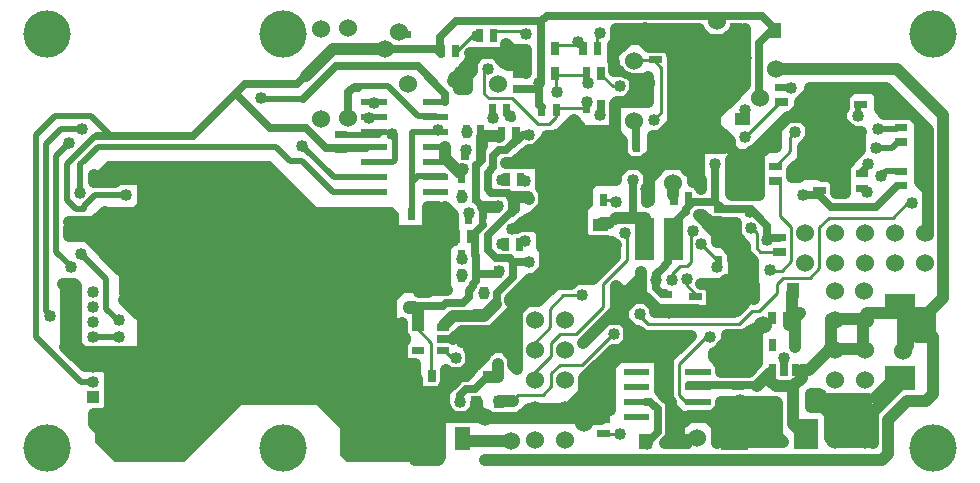
<source format=gbr>
G04 start of page 2 for group 0 idx 0
G04 Title: stribog.main_board.bis, solder *
G04 Creator: pcb 20070208 *
G04 CreationDate: Sun Apr  6 09:45:44 2008 UTC *
G04 For: dti *
G04 Format: Gerber/RS-274X *
G04 PCB-Dimensions: 314961 157480 *
G04 PCB-Coordinate-Origin: lower left *
%MOIN*%
%FSLAX24Y24*%
%LNBACK*%
%ADD11C,0.0200*%
%ADD12C,0.0400*%
%ADD13C,0.0100*%
%ADD14C,0.0250*%
%ADD15C,0.0479*%
%ADD16C,0.0098*%
%ADD17C,0.0250*%
%ADD18C,0.0600*%
%ADD19R,0.0400X0.0400*%
%ADD20C,0.1575*%
%ADD21R,0.0240X0.0240*%
%ADD22R,0.0200X0.0200*%
%ADD23R,0.0512X0.0512*%
%ADD24R,0.0879X0.0879*%
%ADD25R,0.0800X0.0800*%
%ADD26R,0.0640X0.0640*%
%ADD27R,0.0340X0.0340*%
%ADD28C,0.0380*%
%ADD29C,0.0207*%
%ADD30C,0.1260*%
%ADD31C,0.0350*%
%ADD32C,0.0350*%
G54D11*G36*
X2559Y9881D02*Y10118D01*
X2992Y10551D01*
X3904D01*
Y9803D01*
X2637D01*
X2559Y9881D01*
G37*
G36*
X3260Y518D02*X2598Y1181D01*
Y1968D01*
X3070Y2441D01*
Y3307D01*
X3260Y3497D01*
Y2951D01*
X3236Y2916D01*
X3206Y2853D01*
X3188Y2786D01*
X3182Y2716D01*
X3188Y2647D01*
X3206Y2579D01*
X3236Y2516D01*
X3260Y2481D01*
Y518D01*
G37*
G36*
X3582Y511D02*X3267D01*
X3260Y518D01*
Y2481D01*
X3267Y2472D01*
X3339Y2543D01*
X3322Y2566D01*
X3300Y2613D01*
X3287Y2664D01*
X3282Y2716D01*
X3287Y2768D01*
X3300Y2819D01*
X3322Y2866D01*
X3339Y2889D01*
X3267Y2961D01*
X3260Y2951D01*
Y3497D01*
X3582Y3818D01*
Y3116D01*
X3513Y3110D01*
X3445Y3092D01*
X3382Y3062D01*
X3338Y3031D01*
X3409Y2960D01*
X3432Y2976D01*
X3480Y2998D01*
X3530Y3011D01*
X3582Y3016D01*
Y2416D01*
X3530Y2421D01*
X3480Y2434D01*
X3432Y2456D01*
X3409Y2472D01*
X3338Y2401D01*
X3382Y2370D01*
X3445Y2340D01*
X3513Y2322D01*
X3582Y2316D01*
Y511D01*
G37*
G36*
X3904D02*X3582D01*
Y2316D01*
X3652Y2322D01*
X3719Y2340D01*
X3782Y2370D01*
X3827Y2401D01*
X3755Y2472D01*
X3732Y2456D01*
X3685Y2434D01*
X3634Y2421D01*
X3582Y2416D01*
Y3016D01*
X3634Y3011D01*
X3685Y2998D01*
X3732Y2976D01*
X3755Y2960D01*
X3827Y3031D01*
X3782Y3062D01*
X3719Y3092D01*
X3652Y3110D01*
X3582Y3116D01*
Y3818D01*
X3904Y4140D01*
Y2951D01*
X3897Y2961D01*
X3826Y2889D01*
X3842Y2866D01*
X3864Y2819D01*
X3878Y2768D01*
X3882Y2716D01*
X3878Y2664D01*
X3864Y2613D01*
X3842Y2566D01*
X3826Y2543D01*
X3897Y2472D01*
X3904Y2481D01*
Y511D01*
G37*
G36*
Y5583D02*X3385Y6102D01*
Y7415D01*
X3407Y7461D01*
X3425Y7528D01*
X3431Y7598D01*
X3425Y7667D01*
X3407Y7735D01*
X3385Y7781D01*
Y8897D01*
X3904D01*
Y5583D01*
G37*
G36*
Y10551D02*X8464D01*
X10000Y9015D01*
X12519D01*
X12716Y8818D01*
Y8267D01*
X13267Y7716D01*
Y7307D01*
X12991Y7306D01*
X12966Y7299D01*
X12942Y7288D01*
X12921Y7273D01*
X12902Y7255D01*
X12887Y7233D01*
X12876Y7210D01*
X12870Y7184D01*
X12867Y7158D01*
X12870Y6732D01*
X12876Y6707D01*
X12887Y6683D01*
X12902Y6662D01*
X12921Y6643D01*
X12942Y6628D01*
X12966Y6617D01*
X12991Y6611D01*
X13017Y6608D01*
X13267Y6609D01*
Y6141D01*
X12874D01*
X12637Y5905D01*
Y3937D01*
X13110Y3464D01*
Y511D01*
X10984D01*
X10748Y748D01*
Y1653D01*
X10000Y2401D01*
X7440D01*
X5551Y511D01*
X3904D01*
Y2481D01*
X3929Y2516D01*
X3958Y2579D01*
X3976Y2647D01*
X3982Y2716D01*
X3976Y2786D01*
X3958Y2853D01*
X3929Y2916D01*
X3904Y2951D01*
Y4140D01*
X3976Y4212D01*
Y5511D01*
X3904Y5583D01*
Y8897D01*
X4133D01*
Y9803D01*
X3904D01*
Y10551D01*
G37*
G36*
X13267Y7716D02*X13818Y7165D01*
Y6141D01*
X13267D01*
Y6609D01*
X13543Y6611D01*
X13569Y6617D01*
X13592Y6628D01*
X13614Y6643D01*
X13632Y6662D01*
X13647Y6683D01*
X13658Y6707D01*
X13665Y6732D01*
X13667Y6758D01*
X13665Y7184D01*
X13658Y7210D01*
X13647Y7233D01*
X13632Y7255D01*
X13614Y7273D01*
X13592Y7288D01*
X13569Y7299D01*
X13543Y7306D01*
X13517Y7308D01*
X13267Y7307D01*
Y7716D01*
G37*
G54D12*X24842Y10866D02*X25000Y11023D01*
X25275D02*Y11614D01*
Y11614D02*X24409Y10748D01*
X25000Y11023D02*X25275D01*
Y11614D02*X25669Y12007D01*
X27007D01*
X26732Y11811D02*X26692Y11771D01*
X26456Y11732D02*X26220Y11968D01*
X26181Y11023D02*X26496Y11338D01*
Y11338D01*
X26102Y12322D02*X25787Y12007D01*
Y12007D01*
X26220Y12244D02*X26259Y12283D01*
X26732D01*
X26692Y12322D01*
X27244Y12992D02*X28110D01*
X27283Y12677D02*X27559D01*
Y12322D01*
X27440Y12204D01*
X27834Y12992D02*X27519Y12677D01*
Y12677D01*
X28937D02*X28937D01*
X27559Y12992D02*X28543D01*
X28740Y12795D01*
Y12283D01*
X28937Y12992D02*X27834D01*
X26822Y10043D02*X27007Y10228D01*
X26692Y11771D02*Y10275D01*
X26181Y10118D02*X26811D01*
X26692Y10275D02*X26614Y10354D01*
X26338D01*
X26456Y10472D01*
G54D13*X26063Y10000D02*X25984D01*
G54D12*X26063D02*X26181Y10118D01*
X26063Y10000D02*X25826D01*
X25826D02*Y10236D01*
X25826D02*X26181Y10590D01*
Y11023D01*
X26822Y10043D02*X26825Y10039D01*
X27086D01*
X26456Y10472D02*Y11732D01*
X27007Y10228D02*Y12755D01*
X27244Y12992D01*
X27283D02*X26417D01*
Y12834D01*
X26102Y12519D01*
Y12322D01*
X26692D02*Y12677D01*
X26574Y12559D01*
X26456D01*
X28937Y12677D02*Y12283D01*
X30354Y11574D02*X30039Y11889D01*
X28740Y12283D02*X28897Y12126D01*
X29803D01*
X30078Y11850D02*X28937Y12992D01*
X29370Y12244D02*X28937Y12677D01*
X27283Y9488D02*Y12677D01*
X27440Y12204D02*Y9488D01*
Y11968D02*Y11889D01*
X27598Y10393D02*X27755Y10551D01*
X28070Y10905D02*X27677Y10511D01*
X27755Y10551D02*Y11614D01*
X27874Y11496D01*
X28110D01*
X28070Y11456D01*
Y10905D01*
X27440Y11889D02*X27755Y11574D01*
X30078Y9842D02*X30354Y9566D01*
Y8070D01*
X27086Y10039D02*X27283Y9842D01*
Y9488D01*
X27598D01*
Y10393D01*
X30354Y9448D02*Y11574D01*
X30078Y11850D02*Y10118D01*
Y10196D02*Y9842D01*
G54D11*X23858Y12677D02*X24252Y13070D01*
Y13228D01*
G54D12*Y13070D02*Y14960D01*
X24251Y13070D02*X24252D01*
X24223Y13257D02*X24173Y13307D01*
Y14921D01*
X22165Y14015D02*X22401Y13779D01*
X23622Y13818D02*X22362D01*
X21850Y14133D02*X23543D01*
X23385Y14330D02*X21771D01*
X23946Y14931D02*X23897Y14882D01*
X23582Y14566D02*X23937Y14921D01*
X23031Y14566D02*X23582D01*
X23543Y14528D02*Y14133D01*
X23897Y14882D02*Y13779D01*
X22716Y14881D02*X23031Y14566D01*
X23700Y13818D02*Y14015D01*
X22716Y14960D02*Y14881D01*
X22696Y12814D02*X23070Y13188D01*
X22322Y13503D02*X23582D01*
X23189Y13149D02*X22322D01*
X22637Y12814D02*X22696D01*
X23228Y13188D02*X23189Y13149D01*
X23503Y12559D02*Y13031D01*
X23346Y12401D02*X23503Y12559D01*
X23346Y13149D02*Y12401D01*
X23149Y13228D02*X23425D01*
X23031Y13110D02*X23149Y13228D01*
X23425D02*X23346Y13149D01*
X23661Y12480D02*X24251Y13070D01*
X23937Y12755D02*Y13503D01*
X23858Y12677D02*X23700Y12834D01*
Y13779D01*
X23937Y12755D02*X23267Y12086D01*
X23543Y10984D02*X22913D01*
X23543Y11220D02*Y10984D01*
X23307Y11614D02*X23622Y11299D01*
X23503Y11456D02*X23740Y11220D01*
Y10984D01*
X23976Y10748D02*X24370D01*
X24488Y10866D01*
X24842D01*
X23779Y10590D02*X24055D01*
X24409Y10748D02*X24409D01*
X22047Y11456D02*X23149D01*
X22795Y11496D02*X22716Y11417D01*
X22795Y11220D02*X23543D01*
X22519Y11181D02*X22126D01*
X22067Y10944D02*X22086D01*
X22126Y11181D02*Y11338D01*
X22244Y11023D02*X22047D01*
X22283Y10984D02*X22244Y11023D01*
X22519Y9842D02*Y11181D01*
X22283Y10275D02*Y10984D01*
X22362Y10196D02*X22283Y10275D01*
X22047Y10433D02*X21535D01*
X21063Y10157D02*Y9212D01*
X21319Y10310D02*X21275Y10354D01*
X21792Y10669D02*X22067Y10944D01*
X21792Y10451D02*Y10669D01*
X21811Y10433D02*X21792Y10451D01*
X22047Y11023D02*Y10433D01*
X21811Y10748D02*X21889Y10826D01*
X24055Y9527D02*X24094Y9566D01*
X24724Y10669D02*Y9409D01*
X24055Y10590D02*Y9527D01*
X24094Y9566D02*X24409D01*
Y10551D01*
X24724Y9409D02*X23818D01*
X22795Y9921D02*Y9606D01*
X23818Y9409D02*X23779Y9448D01*
Y10590D01*
X22086Y11771D02*X22559D01*
X21141Y10039D02*X21535Y10433D01*
X21732Y10866D02*X21417Y10551D01*
X21181Y11102D02*Y10826D01*
X21275Y10354D02*X20866D01*
X21417Y11338D02*X21181Y11102D01*
Y10826D02*X20866Y10511D01*
X20866Y10354D02*X21063Y10157D01*
X21181Y11377D02*Y11023D01*
X20157Y10748D02*X20433Y10472D01*
X20157Y11220D02*Y10748D01*
X21023Y10433D02*X20275D01*
X21732Y11141D02*X21023Y10433D01*
X20275D02*X19881Y10039D01*
X20748Y14645D02*X21041Y14351D01*
X19960Y14881D02*Y14960D01*
X20275Y14527D02*X19881Y14133D01*
X19960Y14921D02*Y14566D01*
X20000Y14606D01*
X21653Y14645D02*X22755D01*
X19960Y14960D02*X22716D01*
X21377Y14921D02*X19960D01*
X20000Y14606D02*X21181D01*
X21338Y14527D02*X21456Y14645D01*
X21889Y14370D02*X21871Y14351D01*
X21063D01*
X21377Y14566D02*Y14921D01*
X21338Y14527D02*X21377Y14566D01*
G54D14*X20866Y15000D02*X20905Y15039D01*
G54D12*X21811Y11496D02*X22086Y11771D01*
X21850Y11811D02*X21417Y11377D01*
G54D13*X22047Y11496D02*X22086D01*
G54D12*X21574D02*X21456Y11377D01*
X22086Y11259D02*X21496D01*
X22165Y11338D02*X22086Y11259D01*
X22716Y11574D02*Y12874D01*
X22637Y11574D02*Y12814D01*
X22519Y11456D02*X22637Y11574D01*
X23031Y11456D02*Y13110D01*
X23267Y11574D02*Y12086D01*
X22165Y11771D02*Y14015D01*
X22401Y13779D02*Y11968D01*
X21850Y14055D02*Y11811D01*
X21338Y14527D02*X21456D01*
X21041Y14351D02*X21417D01*
X21456Y14527D02*X21850Y14133D01*
X21811Y14094D02*X21850Y14055D01*
X21456Y11377D02*X21181D01*
X19881Y11496D02*X20157Y11220D01*
X19881Y13543D02*X20039D01*
G54D14*X20271Y13425D02*X19942Y13622D01*
X19960Y13639D01*
Y13779D01*
X19881Y13858D01*
G54D12*X19921Y11653D02*Y12440D01*
X20000Y12519D01*
X21023D02*Y13346D01*
X20944Y13267D01*
X20551D01*
X20590Y13228D01*
G54D14*X20472Y13307D02*Y13346D01*
G54D12*X20000Y12519D02*X20669D01*
Y13188D01*
Y12598D02*X20748Y12519D01*
X21023D01*
X20590Y12834D02*X20314Y12559D01*
X20590Y13228D02*Y12834D01*
G54D14*X20472Y13346D02*X20271Y13425D01*
G54D12*X2559Y8267D02*X2362Y8070D01*
X4015Y8503D02*X1732D01*
X2441Y7992D02*X2637Y8188D01*
X2677D01*
X2716Y8149D01*
X2756Y8346D02*X2716Y8385D01*
X2559Y8503D02*X2913Y8858D01*
Y8858D01*
X2323Y8031D02*X1732D01*
X3543Y7283D02*X3819Y7559D01*
X3779Y7716D02*X4094D01*
X3267Y7558D02*Y7519D01*
X3543Y7559D02*X3425Y7440D01*
X3149Y7913D02*X2874Y8188D01*
X2519Y8307D02*X3267Y7558D01*
Y7519D02*X3543Y7795D01*
X3819Y7559D02*X4252D01*
X4291Y7204D02*X4370Y7126D01*
X4133Y7283D02*X3897D01*
X3858Y7244D01*
X3425Y6929D02*X2323Y8031D01*
X4173Y7913D02*X3149D01*
X4370Y7992D02*X4252Y8110D01*
X4370Y9960D02*Y7992D01*
X2874Y8188D02*X4055D01*
X2913Y8858D02*X2952Y8818D01*
X3937D01*
X4055Y8464D02*X4015Y8503D01*
X4055Y8188D02*Y8464D01*
X4252Y9724D02*X4173D01*
X4252Y8110D02*Y9724D01*
X3385Y9960D02*X4370D01*
X4173Y9724D02*Y7913D01*
X3937Y8818D02*X4330Y9212D01*
X3267Y9842D02*X3385Y9960D01*
X2559Y9842D02*X3267D01*
X2559Y10078D02*Y9842D01*
X2362Y8070D02*X1968D01*
X1929Y8031D01*
X1732Y8503D02*X2559D01*
X1732Y8307D02*X2519D01*
X1732Y8031D02*Y8307D01*
X3346Y2637D02*Y4015D01*
X3070Y2401D02*Y3543D01*
X3189Y3858D02*X3110D01*
X3346Y4015D02*X3189Y3858D01*
X3622Y4173D02*Y2637D01*
X4015Y5433D02*X3543Y5905D01*
X4021Y2954D02*X3543Y2401D01*
X3189Y4173D02*X4330D01*
X2244Y3700D02*X1601Y4343D01*
X1535Y6456D02*X1614Y6377D01*
Y4330D01*
X1968Y6377D02*X1889Y6456D01*
X1535D01*
X1968Y4409D02*Y6377D01*
X2913Y3700D02*X2244D01*
X3070Y3543D02*X2913Y3700D01*
X2952Y4173D02*X2244D01*
X2952Y4094D02*Y4173D01*
X2322Y4055D02*X2913D01*
X2952Y4094D01*
X1968Y4409D02*X2322Y4055D01*
X2244Y4173D02*X3622D01*
X4533Y2994D02*X4094Y2755D01*
X4176Y2875D02*X4215Y2914D01*
X3267Y2480D02*X4533Y2718D01*
X3110Y1811D02*X3385D01*
X2637Y1968D02*X4370D01*
Y2165D01*
X4330Y2125D01*
X2559D01*
X2834D01*
X2756Y1574D02*X2559Y1771D01*
Y2047D01*
X2637Y1968D01*
X3622Y2637D02*X3346D01*
X3543Y2401D02*X3070D01*
X3228Y2519D02*X3267Y2480D01*
X2913Y2125D02*X3307Y2519D01*
X19862Y11425D02*Y10692D01*
X22717Y11457D02*Y9724D01*
X23740Y10984D02*X23976Y10748D01*
X21889Y10826D02*Y11063D01*
X19960Y9921D02*Y10039D01*
X19842Y10196D02*Y10275D01*
X19822Y11539D02*X19818Y11535D01*
X20866Y10511D02*X19763D01*
X18818Y8976D02*X18976Y9133D01*
Y9685D01*
X18858Y8976D02*X18818Y9015D01*
Y9488D01*
X18858Y9881D02*X19094Y10118D01*
X18976Y9685D02*X19212Y9921D01*
X19960D01*
X19409Y10196D02*X19842D01*
Y10275D02*X19606Y10511D01*
X19818Y11535D02*X18858D01*
X19094Y11496D02*X19409Y11181D01*
X19881Y11692D02*Y11496D01*
X18858Y11338D02*Y9881D01*
X19094Y10118D02*Y11496D01*
X19409Y11181D02*Y10196D01*
X19645Y10866D02*Y11377D01*
X19921Y11653D01*
X22795Y6456D02*X22992D01*
X22508Y5547D02*X22504Y5551D01*
X22645Y5590D02*X21456D01*
G54D14*X24055Y2401D02*Y2519D01*
G54D12*X22355Y2007D02*X23897D01*
X24055Y2165D01*
Y2559D01*
X22355Y2007D02*X22283Y1935D01*
X22353Y2005D02*X22127D01*
X21771Y2362D01*
X22047Y2047D02*X21771Y2322D01*
Y2519D02*X21535Y2755D01*
X21771Y1330D02*X21583Y1141D01*
X21771Y2362D02*Y1330D01*
X22047Y1141D02*Y2047D01*
X21583Y1141D02*X22322D01*
X22223D02*X22047D01*
X22234Y1131D02*X22223Y1141D01*
X24878Y5129D02*X24330Y4818D01*
X24173Y6496D02*X24566Y6102D01*
Y5944D01*
X21259Y5511D02*X23897D01*
X23661Y4748D02*X24523D01*
X23149Y6141D02*Y5629D01*
X24330Y4818D02*Y3976D01*
X24291D02*X24055Y3740D01*
Y3622D01*
X24291Y3976D02*X24141Y3826D01*
X23614D01*
X23417Y4059D02*X23433Y4074D01*
X24189D01*
X23602Y4307D02*X24189D01*
X23649Y4553D02*X23651Y4555D01*
X24220D01*
X21535Y2755D02*Y3779D01*
X21299Y4015D01*
X20078D01*
X21299D02*X21574Y4291D01*
X19763Y3700D02*Y2244D01*
X19645Y2992D02*X18937Y2283D01*
X18307Y2244D02*X20629Y4566D01*
X18897Y2834D02*Y3307D01*
X19842Y4251D01*
X20118D01*
G54D13*X20669Y4881D02*Y4803D01*
G54D12*Y4881D02*Y4055D01*
G54D13*X21732Y5511D02*Y5590D01*
G54D12*X21574Y4291D02*Y4685D01*
G54D13*Y4724D01*
G54D12*X20157Y5275D02*X19645D01*
X19960Y5590D02*X18858Y4488D01*
X19960Y6377D02*X20275Y6062D01*
Y5905D01*
X20157Y5590D02*X19960D01*
Y6377D01*
X19881Y5511D02*X19960Y5590D01*
X20118Y6259D02*Y5984D01*
X18464Y6456D02*X18622Y6614D01*
X19173D01*
G54D15*X19212Y6850D02*X18582D01*
G54D12*X18346Y6614D01*
X18307D01*
X19173D02*X19488Y6929D01*
Y7126D01*
X19212Y6850D01*
X19448Y6889D02*Y6889D01*
G54D14*X18858Y1811D02*X18897Y1850D01*
X18937D01*
G54D12*X19437Y1933D02*X19059D01*
X18897Y1771D01*
X18897Y1811D02*X18582Y2126D01*
Y2204D01*
X18622Y2244D01*
X19763D01*
X19488Y2401D02*Y1968D01*
X19015D01*
X18330Y2322D02*X19685D01*
X18700Y2401D02*X18818D01*
X18267Y2259D02*X18244Y2283D01*
X17047D02*X18385D01*
X18252Y2244D02*X17283D01*
X16968Y1968D02*X18779D01*
X18267Y2259D02*X18252Y2244D01*
X15629Y1968D02*X17047D01*
X17267Y2220D02*X17251Y2244D01*
X17086Y2047D02*X17244Y2244D01*
X16732Y1968D02*X17047Y2283D01*
X18267Y2259D02*X18330Y2322D01*
X17165Y5984D02*X16535D01*
X16653Y5551D02*X17007Y5905D01*
X16653Y5000D02*Y5551D01*
X16535Y5905D02*Y5590D01*
X17362Y5866D02*X17047D01*
X16653Y3622D02*X16535Y3740D01*
Y4527D01*
X16653Y4881D02*Y3622D01*
X15826Y4330D02*X16220D01*
X15708Y4527D02*Y4212D01*
X15826Y4330D01*
X16535Y4527D02*X15708D01*
X15944Y5000D02*X16653D01*
X15826Y4881D02*X15944Y5000D01*
X16417Y4803D02*Y5314D01*
X16535Y5590D02*X15826Y4881D01*
X16220Y4330D02*X16456Y4094D01*
X16653Y4291D02*Y5354D01*
X14803Y4881D02*X16653D01*
X15227Y3702D02*X15314Y3790D01*
Y4291D01*
X15039D02*X15118Y4212D01*
X18818Y2401D02*X19763Y3346D01*
Y2677D02*X19488Y2401D01*
X19921Y7716D02*Y7362D01*
G54D13*X20948Y9673D02*X20984Y9638D01*
Y9606D01*
G54D12*Y9173D01*
X20787Y6653D02*Y6063D01*
X20118Y5984D02*X20787Y6653D01*
Y6850D02*Y6496D01*
X19398Y7096D02*X19388Y7086D01*
X19055D02*X19291Y7322D01*
X19645D01*
Y7874D01*
X19388Y7086D02*X18385D01*
X18740Y7677D02*X18779Y7637D01*
X19370D01*
X19094Y7362D01*
X18897D01*
X19921D02*X19448Y6889D01*
X23307Y7834D02*X23504D01*
X23858Y7480D01*
X23425Y8494D02*Y8110D01*
X22716Y8740D02*X22952Y8503D01*
X23858Y7480D02*Y7244D01*
X24173Y6929D01*
Y6496D01*
X23897Y6063D02*Y7637D01*
X23307Y6141D02*X23149D01*
X22992Y6456D02*X23346Y6102D01*
X16456Y5984D02*X17086Y6614D01*
X17244D01*
X14330Y6259D02*X14252Y6338D01*
Y7677D02*Y6338D01*
X17834Y6732D02*X17165Y6063D01*
X18307Y7086D02*X18582Y7362D01*
X18070Y6574D02*X17362Y5866D01*
X17992Y6456D02*X18464D01*
X17244Y6614D02*X17519Y6889D01*
X17602Y6854D02*X16811Y6062D01*
X17716Y9370D02*Y8897D01*
X17322Y8503D02*X16968D01*
X16850D02*X16653Y8307D01*
X17244Y8464D02*X17165D01*
X17480Y7677D02*Y8149D01*
X17244Y8464D01*
X17602Y7555D02*X17480Y7677D01*
X17602Y7555D02*Y6893D01*
X17795Y8700D02*X17754Y8741D01*
X19881Y13858D02*X19863Y13876D01*
X19881Y13858D02*Y13543D01*
X19842Y13897D02*X19881Y13858D01*
X19863Y13876D02*Y14409D01*
X15118Y13818D02*X15433Y14133D01*
X15118Y13503D02*Y13818D01*
X14881Y13661D02*X15157Y13937D01*
Y14133D01*
Y13543D01*
X15000Y13307D02*Y12952D01*
X14724D01*
X15157Y13543D02*X15000Y13385D01*
X14803Y13464D02*X14763Y13503D01*
X14527Y13228D02*X14566Y13188D01*
X16496Y14251D02*X16968D01*
X16259Y13976D02*X16771D01*
X16811Y13740D02*X16338D01*
X16811Y13936D02*Y13740D01*
X16968Y14251D02*Y13464D01*
X16771Y13976D02*X16811Y13936D01*
X16141Y14133D02*X15078D01*
X15905D02*X15905D01*
X16220Y13818D02*X15905Y14133D01*
X16299Y14291D02*X16141Y14133D01*
X16299Y14448D02*Y14291D01*
Y14448D02*X16496Y14251D01*
X14803Y4881D02*X14527Y4606D01*
X14803Y4881D02*Y4527D01*
X15590Y4055D02*X14999Y3464D01*
X15118Y4212D02*Y3740D01*
X15314Y4291D02*X15039D01*
X14803Y4527D02*X15590D01*
Y4055D01*
X15590Y2007D02*X14133D01*
X15283Y2489D02*Y2290D01*
X15039Y2047D01*
X15314Y2283D02*Y2519D01*
X14291Y2322D02*Y2244D01*
X15629Y1968D02*X15314Y2283D01*
X12755Y3267D02*Y826D01*
X13031D01*
Y3267D01*
X13307D02*Y1574D01*
Y1181D02*Y590D01*
X13622Y1338D02*Y787D01*
X13740Y1653D02*X13307Y1220D01*
Y1574D02*X13582Y1850D01*
X13897Y1063D02*Y1377D01*
X14094Y1811D02*X13622Y1338D01*
X13267Y590D02*X14015D01*
X13622Y787D02*X13897Y1063D01*
X14094Y669D02*Y1811D01*
X14015Y590D02*X14094Y669D01*
X13385Y2283D02*Y2598D01*
X14094Y2834D02*X13503D01*
X14094Y2598D02*Y2834D01*
X13385Y2598D02*X14094D01*
X14212Y3031D02*Y2322D01*
X13425Y1968D02*X14173D01*
Y2244D01*
X14133Y2283D02*X13385D01*
X14291Y2244D02*X14527Y2007D01*
X14173Y2244D02*X14133Y2283D01*
X14291Y2067D02*Y2283D01*
X14252Y2834D02*Y2874D01*
G54D14*X15226Y3564D02*X14969Y3307D01*
G54D12*X14999Y3464D02*X14409D01*
G54D14*X14969Y3307D02*X14370D01*
G54D12*X15118Y3740D02*X14881Y3503D01*
X14212Y2952D02*X14291Y3031D01*
G54D14*X14330Y3228D02*X14409Y3307D01*
G54D12*X14291Y3031D02*Y3582D01*
G54D14*X14370Y3267D02*Y3228D01*
G54D12*X14252Y2874D02*X14606Y3228D01*
X18757Y11692D02*X18543Y11907D01*
X18053Y11417D01*
X17952D01*
X18110Y11456D02*X18031Y11377D01*
X18267D02*X18307D01*
X16292Y10472D02*X17755D01*
X17236Y10905D02*X17050D01*
X16929Y10826D02*X16567Y10472D01*
X17523Y10826D02*X16925D01*
X17952Y11417D02*X17795Y11259D01*
Y10393D02*X17637Y10551D01*
X17637Y11302D02*X17240Y10905D01*
X18031Y11377D02*X17637D01*
Y11302D01*
X17913Y11220D02*X17523Y10826D01*
X16567Y10472D02*X16289D01*
X18031Y11141D02*X18267Y11377D01*
X19645Y7874D02*X18976D01*
X18818Y8031D01*
Y8976D01*
X19937Y7732D02*X19807Y7862D01*
X19413D01*
X14252Y9015D02*X14527Y8740D01*
X14015Y9015D02*X13700D01*
X13346Y6929D02*Y8228D01*
X13031D01*
Y6771D01*
X13870Y6717D02*X12848D01*
X14527Y7952D02*X14252Y7677D01*
X14803Y10275D02*X14763Y10196D01*
X14252Y11012D02*Y10629D01*
X14263Y11023D02*X14252Y11012D01*
Y10629D02*X14291D01*
X14763Y10157D01*
X14527Y8740D02*Y7952D01*
X14015Y6653D02*Y9015D01*
X13700D02*Y6889D01*
X14173Y7834D02*Y8740D01*
X13893Y6740D02*X13870Y6717D01*
X12755Y8188D02*X12795Y8228D01*
X13622D01*
X17834Y8425D02*X17007D01*
X17755Y8819D02*X17362Y8425D01*
X17795Y11259D02*X17834Y6732D01*
X18149Y6771D01*
X18464Y7086D01*
X18031Y6889D02*Y11141D01*
X17007Y8622D02*X16771Y8385D01*
X17362D01*
X17165Y8661D02*X17559Y9055D01*
X17086Y8661D02*X17165D01*
X18307Y11377D02*Y7086D01*
X18582Y7362D02*Y11614D01*
X18858Y11338D01*
X18779Y9488D02*Y9881D01*
X17559Y9055D02*Y9527D01*
X17519Y10275D02*X17440Y10196D01*
Y9645D01*
X17716Y9370D01*
X12834Y5142D02*Y3503D01*
X12677Y3740D02*Y4055D01*
X12637Y4173D02*X12677Y4212D01*
Y5118D01*
X13031Y3267D02*X13307Y3228D01*
X13267Y3307D02*X13070Y3503D01*
X13267Y3779D02*Y3307D01*
X12834Y3779D02*X13267D01*
X13700Y6181D02*X13385D01*
X13464Y6259D02*X14330D01*
G54D14*X14253Y4610D02*X14217Y4606D01*
G54D12*X13937Y6417D02*X13700Y6181D01*
Y6889D02*X13385D01*
X13346Y6929D01*
X13189Y6338D02*X13464D01*
X14055Y6456D02*X13937D01*
X14094Y6574D02*X14015Y6653D01*
X13700Y6496D02*X13976Y6771D01*
X14252Y6653D02*X14055Y6456D01*
X29055Y3110D02*X28582Y2637D01*
Y2244D02*X28504Y2126D01*
X29527Y3307D02*X29488Y3267D01*
X29330D01*
X29448Y3110D02*X29055D01*
X28622Y2283D02*X29448Y3110D01*
X28504Y2126D02*Y1141D01*
X28503Y1692D02*Y1968D01*
X28267Y1259D02*X28188Y1181D01*
X28149Y2401D02*Y1496D01*
X27834Y1614D02*X27637Y1810D01*
X28188Y1181D02*X27204D01*
X28149Y1496D02*X27401D01*
X27204Y1181D02*X27086Y1299D01*
Y2126D01*
X27401Y1496D02*Y2283D01*
X27637Y1810D02*Y2204D01*
X27401Y2283D02*X27795D01*
X27834Y2244D01*
Y1614D01*
X27086Y2126D02*X26850Y2362D01*
X26456D01*
Y2795D01*
X26732D01*
X26771Y2755D01*
Y2598D01*
X28346D01*
X28149Y2401D01*
X23434Y8503D02*X23425Y8494D01*
X22952Y8503D02*X23434D01*
X23307Y8228D02*X23228D01*
X23515Y8460D02*X23518Y8464D01*
X22716Y8740D02*X22834D01*
X23228Y8228D02*X22716Y8740D01*
X22834D02*X23070Y8503D01*
X23518Y8464D02*X23937D01*
X23779Y8307D01*
X23937Y8031D02*Y8464D01*
X23307Y7834D02*Y8228D01*
X23897Y7637D01*
X23779Y8307D02*Y8188D01*
X24173Y7795D01*
Y7244D01*
X24252Y7480D02*Y7716D01*
X23937Y8031D01*
X23503Y6456D02*X22795D01*
X23622Y6574D02*X23503Y6456D01*
X23346Y6102D02*X23307Y6141D01*
X22512Y5551D02*X23976D01*
X22688Y5547D02*X22645Y5590D01*
X24252Y6141D02*X23661Y5551D01*
X23976Y6889D02*Y5905D01*
X23740D02*X23897Y6063D01*
X23818Y6220D02*X23858Y6181D01*
Y6141D01*
X23661Y6220D02*Y6574D01*
X23858Y6141D02*X23307Y5590D01*
Y5551D01*
X23070Y5629D02*X23661Y6220D01*
X24173Y7244D02*X24488Y6929D01*
Y6496D01*
X24527Y6535D01*
Y7204D01*
X24252Y7480D01*
X20629Y5984D02*X20944D01*
X20984Y5944D02*X21338Y5590D01*
X21732D01*
X20511Y4921D02*X20196Y5236D01*
X20748Y4842D02*X20866Y4724D01*
X20196Y5236D02*Y5629D01*
X20551Y5984D01*
X20118Y4251D02*X20393Y4527D01*
Y5039D01*
X21259Y5551D02*Y5511D01*
X22508Y5547D02*X22512Y5551D01*
X20866Y4724D02*X22440D01*
X21850Y4370D02*X20787D01*
X22440Y4724D02*X21496Y3779D01*
X21456Y4015D02*X21889Y4448D01*
X21929D01*
X21850Y4370D01*
X21496Y3779D02*X21456Y3818D01*
Y4015D01*
X21338Y3937D02*X21417Y3858D01*
Y2874D01*
X21692Y2637D02*Y4015D01*
X21417Y2874D02*X21692D01*
X23976Y5551D02*X24527Y6102D01*
Y6102D01*
X24842Y5078D02*X24661Y4897D01*
Y3811D01*
X24374Y3523D01*
G54D14*X25551Y3976D02*Y3543D01*
G54D11*Y3976D02*X25523Y4004D01*
G54D12*X23468Y3736D02*X23204Y4000D01*
Y4161D01*
X23271D01*
X23563Y4452D01*
X24374Y3523D02*X23468D01*
Y3736D01*
X23649Y4553D02*X23657Y4560D01*
Y4751D01*
X23661Y4748D01*
X21771Y2519D02*Y2322D01*
X21692Y2874D02*Y2637D01*
X22401Y2047D02*X22204Y1850D01*
X22637Y1299D02*X22598Y1259D01*
X23464Y2519D02*Y2322D01*
X23188Y2047D01*
X22401D01*
X23003Y2005D02*X23307Y1702D01*
Y1141D01*
X23346Y1181D01*
X25511D01*
X25315Y1377D01*
X24724Y2519D02*X23464D01*
X25315Y2480D02*X25275Y2519D01*
X24488D01*
X23385Y2244D02*X25039D01*
X25315Y1377D02*Y2480D01*
X25039Y2244D02*Y1496D01*
X24330D01*
Y2007D01*
X24881D01*
Y1732D01*
X24606D01*
G54D11*X28031Y12425D02*Y12047D01*
G54D13*X24252Y11338D02*X25433Y12519D01*
X25748Y10866D02*X25236Y10354D01*
G54D14*X24763Y12598D02*X24763Y12598D01*
Y12618D01*
G54D12*X29330Y13622D02*X25275D01*
G54D14*X24763Y12637D02*X24724Y12677D01*
X28622Y9015D02*X29291Y9685D01*
G54D11*X28059Y10121D02*X28331Y10393D01*
X28936Y10196D02*X28779Y10039D01*
G54D13*X28331Y10393D02*X28346D01*
G54D11*X29358Y11177D02*X29165Y10984D01*
X28621D01*
X29358Y11657D02*X29315Y11614D01*
X28700D01*
X28020Y12437D02*X28031Y12425D01*
G54D12*X30866Y12086D02*X29330Y13622D01*
G54D13*X29538Y10200D02*X29534Y10196D01*
G54D11*X28936D01*
G54D13*X29803Y9212D02*Y9212D01*
G54D12*X30866Y8464D02*Y12086D01*
G54D13*X29763Y9173D02*X29803Y9212D01*
G54D12*X29527Y5275D02*X29685Y5118D01*
X30511Y4685D02*X30078D01*
X30000Y4960D02*Y4685D01*
G54D16*X29645Y9133D02*X29803D01*
X29173Y8661D02*X29645Y9133D01*
G54D13*X24370Y8858D02*Y8937D01*
X24488Y5551D02*X24724D01*
X25315Y6141D01*
Y6456D01*
X25511Y6653D01*
G54D12*X25837Y6170D02*X25826Y6159D01*
Y5236D01*
G54D14*X27126Y9015D02*X26732Y9409D01*
X27126Y9015D02*X28622D01*
X26732Y9409D02*X26181D01*
X25000Y7913D02*X25078Y7992D01*
X25393D01*
G54D13*X25433Y8700D02*Y9921D01*
X25787Y7204D02*X25472Y6889D01*
X25511Y6653D02*X26378D01*
G54D16*X26417D01*
X26732Y6968D01*
G54D13*X25787Y8346D02*X25433Y8700D01*
G54D16*X26732Y6968D02*Y8346D01*
X27047Y8661D01*
X29173D01*
G54D13*X18070Y3740D02*X17795Y3464D01*
Y3031D01*
X17519Y2755D01*
X17795Y4055D02*X17165Y3425D01*
X27244Y7165D02*Y7126D01*
G54D12*X27165Y5275D02*X28189D01*
X28149Y5259D02*X28322Y5472D01*
X26378Y3582D02*X27047Y4251D01*
X27322D01*
X29015Y787D02*X28818Y590D01*
X30433Y4724D02*X30118Y5039D01*
Y5236D01*
X30433Y5433D02*Y4724D01*
X30393Y5472D02*X30433Y5433D01*
X28362Y5472D02*X30393D01*
X29527Y4212D02*Y5275D01*
X29685Y5118D02*Y4370D01*
X29015Y1929D02*X29645Y2559D01*
X30039D01*
X30275D02*X29960D01*
G54D13*X22688Y6027D02*X22283Y6432D01*
Y6614D01*
G54D16*X23366Y7224D02*X23370D01*
G54D13*X22440Y7165D02*X22322Y7047D01*
X22440Y8149D02*Y7165D01*
X25078Y6889D02*X25472D01*
G54D12*X26102Y5472D02*X25708Y5078D01*
G54D13*X24055Y5118D02*X24488Y5551D01*
G54D12*X25905Y4362D02*Y5314D01*
G54D14*X24448Y8937D02*X25000Y8385D01*
G54D13*X24448Y8346D02*X24645Y8149D01*
Y7637D01*
G54D14*X25000Y8385D02*Y7913D01*
G54D13*X25787Y7204D02*Y8346D01*
G54D14*X21857Y8450D02*X22265Y8858D01*
X16511Y8901D02*Y8901D01*
X15944Y8346D02*X16122Y8523D01*
X23582Y8937D02*X24448D01*
X22283Y8858D02*Y8936D01*
G54D13*X22440Y8110D02*X22519Y8188D01*
G54D14*X23503Y8937D02*X23858D01*
G54D13*X19527Y6456D02*X19881Y6811D01*
G54D14*X21456Y6929D02*X21299Y6771D01*
G54D13*X21811D02*Y6574D01*
X22086Y7047D02*X21811Y6771D01*
X22322Y7047D02*X22086D01*
G54D12*X29488Y5472D02*X30000Y4960D01*
X27165Y4291D02*X27086Y4330D01*
X28149Y5275D02*Y5236D01*
X28189D02*Y4291D01*
X27165D01*
X27126Y5275D02*Y4330D01*
X30354Y5472D02*X30866Y5984D01*
Y8503D01*
X30511Y2795D02*X30275Y2559D01*
X29015Y787D02*Y1929D01*
X30511Y3031D02*Y4685D01*
Y3031D02*Y2795D01*
G54D14*X20967Y2519D02*X21102D01*
X21338Y2283D01*
G54D13*X22401Y2480D02*X22598D01*
X22047Y2755D02*X22283Y2519D01*
X22519D01*
G54D12*X25866Y1789D02*Y3031D01*
X28818Y590D02*X15590D01*
X26299Y1356D02*X25866Y1789D01*
G54D14*X21338Y1496D02*X20944Y1102D01*
G54D13*X19441Y1456D02*X20078D01*
G54D12*X26299Y1356D02*X26378Y1435D01*
G54D14*X21338Y2283D02*Y1496D01*
G54D13*X22047Y3779D02*Y2755D01*
G54D14*X24585Y3070D02*X22401D01*
G54D12*X25078Y3464D02*X24645Y3031D01*
X25275D02*X25078Y3228D01*
Y3464D01*
X26378Y3582D02*X26141D01*
Y3307D01*
X25866Y3031D01*
X25275D01*
G54D13*X17519Y2755D02*X16692D01*
X16496Y2559D01*
G54D14*X21299Y6299D02*Y6771D01*
G54D13*X21220Y6614D02*Y6692D01*
X21259Y6574D02*X21220Y6614D01*
X18818Y3740D02*X19881Y4803D01*
X18818Y3740D02*X18385D01*
G54D14*X21299Y6299D02*X21456Y6141D01*
G54D13*X20748Y5393D02*X21023Y5118D01*
G54D14*X21456Y6141D02*X21574D01*
G54D13*X25748Y11338D02*X25905Y11496D01*
X25748Y10866D02*Y11338D01*
X24645Y7637D02*X24763Y7519D01*
G54D14*X24724Y14488D02*Y12677D01*
G54D13*X24763Y7519D02*X25433D01*
G54D12*X21850Y9803D02*Y9409D01*
G54D14*X22519Y9173D02*X23267D01*
X23503Y8937D01*
X22283Y8936D02*X22519Y9173D01*
X23267D02*Y10433D01*
G54D12*X21850Y9803D02*X21850Y9803D01*
G54D13*X22952Y4685D02*X23070D01*
G54D16*X22795Y7795D02*X23366Y7224D01*
G54D13*X21023Y5118D02*X24055D01*
G54D14*X21692Y7525D02*Y7165D01*
X21857Y7690D02*X21692Y7525D01*
Y7165D02*X21471Y6944D01*
G54D13*X22047Y3779D02*X22952Y4685D01*
X18046Y12322D02*X18937D01*
G54D14*X20551Y11889D02*X20629Y11811D01*
G54D13*X20078Y13031D02*X19842D01*
X19881Y6811D02*X20314Y7244D01*
Y8149D01*
X19621Y9251D02*X19921D01*
Y8622D02*X20000Y8700D01*
G54D12*X19921Y8622D02*X19960Y8661D01*
X20905D01*
X19724Y8464D02*X19488D01*
G54D14*X20551Y9881D02*X20511Y9842D01*
Y8661D01*
G54D13*X20468Y9853D02*X20496Y9881D01*
X20551D01*
X20559Y13897D02*X21220D01*
X21456Y13661D01*
Y13425D01*
Y12165D02*Y13464D01*
X20551Y13889D02*X20559Y13897D01*
G54D14*X17637Y15393D02*X24803D01*
X17440Y15196D02*X17637Y15393D01*
X20629Y11811D02*Y10984D01*
G54D13*X21220Y11929D02*X21456Y12165D01*
G54D14*X24803Y15393D02*X25236Y14960D01*
Y15000D02*X24724Y14488D01*
X7283Y12795D02*X8425Y11653D01*
G54D11*X2677Y11023D02*X8622D01*
X2440Y12047D02*X3110Y11377D01*
X8110Y12637D02*X8149Y12598D01*
G54D14*X9330Y13110D02*X7598D01*
G54D11*X8149Y12598D02*X9527D01*
G54D14*X9566Y13346D02*X9330Y13110D01*
X7598D02*X5866Y11377D01*
X8425Y11653D02*X9606D01*
G54D11*X9094Y10551D02*X9488D01*
X8622Y11023D02*X9094Y10551D01*
X2952Y6614D02*X2126Y7440D01*
G54D14*X5866Y11377D02*X2637D01*
G54D11*X2204Y10551D02*X2677Y11023D01*
X2220Y9035D02*X2582Y9397D01*
X3551D01*
X2126Y3188D02*X2559D01*
X2519Y4685D02*X3346D01*
X2126Y3188D02*X629Y4685D01*
X3346Y5236D02*X2952Y5629D01*
X629Y4685D02*Y11417D01*
X1299Y10708D02*Y7519D01*
Y10708D02*X1732Y11141D01*
X629Y11417D02*X1259Y12047D01*
X944Y5551D02*Y11102D01*
X2086Y9488D02*Y10433D01*
X2952Y5629D02*Y6614D01*
X1456Y11614D02*X2165D01*
X1259Y12047D02*X2440D01*
X2213Y8950D02*X1954D01*
X1653Y9251D01*
Y10433D02*X2598Y11377D01*
X2086Y10433D02*X2204Y10551D01*
X944Y11102D02*X1181Y11338D01*
X1653Y9251D02*Y10433D01*
X1732Y11141D02*Y11141D01*
X984Y11141D02*X1456Y11614D01*
X1299Y7519D02*X1771Y7047D01*
X1102Y5393D02*X944Y5551D01*
G54D14*X13042Y5658D02*X13092Y5708D01*
G54D12*X14527Y5393D02*X14212Y5078D01*
X13346Y5551D02*Y5078D01*
G54D14*X14173Y5708D02*X14291Y5826D01*
G54D13*X13273Y5000D02*X13779Y4493D01*
G54D12*X13042Y5658D02*X13052Y5669D01*
X14881Y1280D02*X14942Y1220D01*
X16456D01*
G54D13*X16496Y2559D02*Y2559D01*
G54D12*X16063Y2549D02*X16072Y2559D01*
X16535D01*
G54D14*X14763Y2755D02*Y2519D01*
G54D13*X14496Y3976D02*X14606D01*
G54D14*X14960Y2952D02*X14763Y2755D01*
X15256Y2952D02*X14960D01*
X15673Y3369D02*X15256Y2952D01*
G54D13*X14253Y4220D02*X14496Y3976D01*
G54D12*X13228Y5669D02*X13346Y5551D01*
G54D13*X13779Y4493D02*Y3307D01*
G54D14*X16535Y6692D02*Y7126D01*
X16531Y7161D02*X16413Y7318D01*
X16574Y7165D02*X17047Y7165D01*
X16417Y7318D02*X15944D01*
X15279Y6539D02*X15196Y6456D01*
Y6373D02*X15039Y6216D01*
X15984Y5905D02*Y6141D01*
X15039Y6023D02*Y6181D01*
X15196Y6456D02*Y6373D01*
X15901Y6771D02*X15354Y6771D01*
X15279Y6822D02*Y6539D01*
G54D13*X17755Y5629D02*X18189Y6063D01*
X18622Y4763D02*X19527Y5669D01*
X18189Y6063D02*X18818D01*
X18622D01*
X17755Y5000D02*X17244Y4488D01*
X17755Y5629D02*Y5000D01*
X17795Y4488D02*X18070Y4763D01*
X18622D01*
X18464Y3740D02*X18070D01*
X17795Y4488D02*Y4055D01*
X19437Y1453D02*X19441Y1456D01*
G54D14*X14094Y14685D02*X14606Y15196D01*
G54D17*X14118Y14291D02*X12401D01*
X14094Y14685D02*Y14173D01*
X14130Y14122D02*X13961Y14291D01*
X14130Y14302D02*X14118Y14291D01*
G54D11*X12362Y13031D02*X13346Y12047D01*
G54D14*X14263Y12783D02*X13346Y13700D01*
X14263Y12523D02*Y12783D01*
G54D11*X13346Y12047D02*X13937D01*
G54D14*X13346Y13700D02*X10629D01*
X11023Y11968D02*Y12834D01*
X11181Y12992D02*X11338D01*
G54D11*X11220Y13031D02*X12362D01*
G54D14*X10629Y13700D02*X9527Y12598D01*
G54D12*X9606Y13385D02*X10511Y14291D01*
X11102D02*X12322D01*
X10511D02*X11377D01*
G54D14*X11023Y12834D02*X11181Y12992D01*
G54D11*X10877Y11421D02*X10960Y11417D01*
X12126Y11496D02*X12300D01*
X10881Y11417D02*X12047D01*
G54D13*Y11496D02*X12204D01*
X12047D02*X12151D01*
G54D14*X14606Y15196D02*X17440D01*
G54D13*X15157Y14724D02*X14645Y14212D01*
X15669Y13621D02*Y13622D01*
X16968Y14763D02*X16850Y14881D01*
X15314Y14724D02*X15157D01*
X16850Y14881D02*X15826D01*
X17952Y12874D02*Y13425D01*
X17992Y12834D02*X17952Y12874D01*
X18882Y13425D02*X17913D01*
X17956Y12334D02*X17952Y12330D01*
Y12007D01*
X17716Y11771D01*
X19330Y14724D02*Y14291D01*
X18764Y14409D02*X17952D01*
X19409Y14803D02*X19330Y14724D01*
X19842Y13031D02*X19488Y13385D01*
G54D14*X17440Y15196D02*Y14291D01*
Y14377D02*Y13149D01*
G54D13*X17437Y14381D02*X17440Y14377D01*
G54D14*Y13149D02*X17244Y12952D01*
G54D13*X17204Y12992D02*X17362Y13149D01*
X17269D02*X17401D01*
G54D14*X17476Y12334D02*X17401Y12408D01*
Y13149D01*
X17244Y12952D02*X16692D01*
G54D13*X15551Y12795D02*Y13503D01*
X15669Y13622D01*
G54D11*X12598Y11119D02*Y10590D01*
Y11102D02*Y11456D01*
X13149Y10433D02*Y11496D01*
X13937D01*
G54D13*X15708Y12637D02*X15551Y12795D01*
X17716Y11771D02*X17362D01*
G54D14*X16850Y11417D02*X17047D01*
X16535Y11102D02*X16850Y11417D01*
G54D11*X14263Y10023D02*X14247Y10039D01*
X13307D01*
G54D14*X16338Y9488D02*X15787D01*
X16614Y8937D02*Y9133D01*
X15787Y9488D02*X15669Y9606D01*
G54D12*X15511Y9015D02*X15984D01*
G54D14*X16496Y8858D02*Y8937D01*
X16122Y8523D02*X16134D01*
X15946Y7319D02*X15689Y7576D01*
Y8087D01*
X16496Y8818D02*Y8937D01*
X16614Y8897D03*
Y9133D02*X16338Y9488D01*
X16614Y9015D02*Y9212D01*
G54D12*X17047Y9291D02*X17007Y9330D01*
X16496D01*
G54D14*X15275Y6747D02*Y7283D01*
X15236Y7416D02*Y8149D01*
X15511Y8425D01*
X15279Y7373D02*X15236Y7416D01*
X15279Y6743D02*X15464Y6771D01*
X15689Y8087D02*X16181Y8580D01*
X15515Y8672D02*X15511Y8676D01*
X16134Y8523D02*X16511Y8901D01*
X16535Y7165D02*X17086Y7165D01*
G54D13*X16496Y12637D02*X15708D01*
G54D12*X15472Y11338D02*Y11061D01*
X15511Y11377D02*X15472Y11338D01*
X16023Y11377D02*X15511D01*
G54D13*X16642Y12949D02*X16685Y12992D01*
G54D14*X16488Y11968D02*X16456Y12007D01*
X15669Y10157D02*X15866Y10354D01*
X16063Y10905D02*X16299D01*
X16732Y11338D01*
X15866Y10354D02*Y10708D01*
G54D13*X17362Y11771D02*X16496Y12637D01*
X16685Y12992D02*X17204D01*
G54D12*X16063Y11338D02*X16023Y11377D01*
G54D14*X15866Y10708D02*X16063Y10905D01*
X15275Y10417D02*Y9251D01*
X15669Y9606D02*Y10157D01*
X15472Y10590D02*Y10826D01*
X15275Y10393D02*X15472Y10590D01*
G54D13*X19531Y9341D02*X19621Y9251D01*
X19527Y5669D02*Y6456D01*
G54D12*X16023Y3779D02*Y3346D01*
X15748D01*
G54D13*X17165Y3425D02*X17165D01*
G54D11*X13149Y9842D02*X13307Y10000D01*
G54D14*X16015Y6885D02*X15941Y6771D01*
X15511Y9015D02*X15275Y9251D01*
X15511Y8676D02*Y9015D01*
G54D11*X13149Y8740D02*Y9842D01*
G54D14*X15984Y6141D02*X16535Y6692D01*
X16122Y8523D02*Y8523D01*
G54D12*X15559Y5393D02*X15944Y5779D01*
G54D14*X14291Y5826D02*X14842D01*
X13092Y5708D02*X14173D01*
G54D12*X14527Y5393D02*X15559D01*
X13052Y5669D02*X13228D01*
G54D14*X14842Y5826D02*X15039Y6023D01*
G54D11*X13149Y9763D02*Y10551D01*
X12598Y10590D02*X12519Y10511D01*
X11968D01*
G54D14*X9606Y11653D02*X10275Y10984D01*
X11614D01*
G54D11*X9488Y11062D02*X10551Y10000D01*
X11850D01*
X11563Y9523D02*X10515D01*
X9488Y10551D01*
G54D18*X11023Y11968D03*
Y14968D03*
X10118Y14960D03*
Y11960D03*
X16023Y13110D03*
X13023D03*
X20551Y11889D03*
Y13889D03*
X30236Y8149D03*
Y7149D03*
X29236Y8149D03*
Y7149D03*
X28236Y8149D03*
Y7149D03*
X21850Y9803D03*
X27236Y8149D03*
Y7149D03*
X26236Y8149D03*
Y7149D03*
X28267Y1259D03*
X27267D03*
X28267Y2259D03*
X27267D03*
X28267Y3259D03*
X27267D03*
X28267Y4259D03*
X27267D03*
X28267Y5259D03*
X27267D03*
X27244Y6220D03*
X28228D03*
G54D12*X2519Y6177D03*
Y5677D03*
Y5177D03*
Y4677D03*
Y4177D03*
Y3677D03*
Y3177D03*
G54D19*Y2677D03*
G54D18*X18267Y1259D03*
X17267D03*
X18267Y2259D03*
X17267D03*
X18267Y3259D03*
X17267D03*
X18267Y4259D03*
X17267D03*
X18267Y5259D03*
X17267D03*
G54D20*X8858Y14763D03*
G54D12*X16299Y14448D03*
G54D18*X12716Y14842D03*
G54D12*X15314Y14724D03*
G54D18*X12244Y14291D03*
X14645Y13267D03*
G54D12*X16968Y14763D03*
Y13582D03*
X11732Y11968D03*
X8110Y12637D03*
X11889Y12480D03*
G54D20*X984Y14763D03*
G54D12*X15866Y11968D03*
X15669Y13622D03*
X17401Y13149D03*
X16417Y12047D03*
X19409Y12086D03*
X19015Y13149D03*
X18976Y12519D03*
X17992Y12834D03*
X19960Y14527D03*
X20078Y13031D03*
G54D18*X20944Y13149D03*
G54D12*X18700Y14511D03*
X21732Y5476D03*
X21299Y6574D03*
X22322Y6614D03*
X21811Y6574D03*
X22519Y8228D03*
X19921Y8622D03*
Y7401D03*
X20968Y9602D03*
X20236Y8149D03*
X18826Y9566D03*
X19960Y9173D03*
X18826Y8976D03*
X19212Y10236D03*
X16496Y8267D03*
X16023Y9055D03*
X17047Y9291D03*
X16141Y9925D03*
X16929Y9881D03*
X17047Y11417D03*
X16141Y7795D03*
X15551Y6141D03*
X18110Y7952D03*
X18031Y10118D03*
X14842Y10275D03*
X14976Y11496D03*
X14960Y10905D03*
X16063Y11338D03*
X18307Y11259D03*
X18110Y9173D03*
X14803Y9330D03*
X15039Y8818D03*
X16299Y10472D03*
X14015Y11574D03*
X12480Y11456D03*
X14527Y7874D03*
G54D18*X10826Y7047D03*
G54D12*X9488Y11062D03*
G54D18*X8070Y9960D03*
X8503Y7047D03*
X1811Y8228D03*
X3031Y7598D03*
G54D12*X2126Y7440D03*
X1732Y11141D03*
G54D18*X4291Y9999D03*
G54D12*X3610Y9405D03*
X2086Y9488D03*
X2165Y11614D03*
G54D18*X6102Y7126D03*
X6299Y10000D03*
G54D12*X23228Y11141D03*
G54D18*X23307Y15196D03*
X21338Y14527D03*
G54D12*X19409Y14803D03*
X22795Y9645D03*
X20535Y9901D03*
X21220Y11929D03*
X28779Y10039D03*
X28031Y12047D03*
X28700Y11614D03*
X28621Y10984D03*
X28346Y10433D03*
G54D20*X30511Y14763D03*
G54D12*X24252Y12244D03*
X25905Y11496D03*
X24291Y13976D03*
G54D18*X25275Y13622D03*
X24763Y12637D03*
G54D12*X25787Y12992D03*
X23858Y12755D03*
X24252Y11338D03*
X25275Y11023D03*
X23267Y10433D03*
X23307Y8228D03*
G54D18*X23897Y10314D03*
G54D12*X23303Y7000D03*
X26181Y9409D03*
X26063Y10000D03*
X25000Y7913D03*
X24448Y8307D03*
X24409Y8858D03*
X28307Y9527D03*
G54D18*X29527Y4212D03*
G54D12*X25551Y3976D03*
G54D18*X29527Y3307D03*
G54D20*X30511Y984D03*
G54D12*X29803Y9133D03*
X26102Y5472D03*
X22795Y7795D03*
X22716Y8740D03*
X20984Y1102D03*
G54D18*X22637Y1299D03*
G54D12*X19881Y4763D03*
X23070Y4685D03*
X23779Y6063D03*
G54D18*X23460Y3968D03*
X24291Y4488D03*
G54D12*X24566Y5944D03*
G54D18*X24842Y5078D03*
G54D12*X25078Y6929D03*
G54D18*X24094Y1220D03*
Y2480D03*
X24960Y1850D03*
G54D12*X19566Y2874D03*
G54D18*X16456Y1220D03*
X18897Y1811D03*
G54D12*X20078Y1456D03*
G54D18*X15590Y2007D03*
G54D12*X15590Y590D03*
X20748Y5433D03*
X20393Y5027D03*
X21574Y4724D03*
X14763Y5393D03*
G54D18*X12834Y4606D03*
G54D12*X12716Y3503D03*
X12716Y2362D03*
X14803Y4881D03*
X14606Y3976D03*
X14763Y2519D03*
X16023Y3779D03*
G54D18*X11102Y5275D03*
X10236Y4094D03*
X11692Y3425D03*
G54D12*X18818Y6063D03*
X14330Y6259D03*
X14803Y6732D03*
X16055Y6885D03*
X17047Y7165D03*
X16929Y7874D03*
X14803Y7283D03*
G54D18*X16535Y5905D03*
G54D12*X3385Y5236D03*
G54D18*X5590Y3976D03*
G54D12*X1771Y7007D03*
G54D18*X4252Y5433D03*
G54D12*X3385Y4685D03*
G54D18*X3582Y2716D03*
G54D20*X984Y984D03*
X8858Y984D03*
G54D12*X1102Y5393D03*
G54D18*X8897Y5314D03*
X7874Y4055D03*
X6456Y5314D03*
G54D21*X19437Y1933D02*X19617D01*
G54D19*X22234Y1231D02*Y1131D01*
G54D22*X22353Y3505D02*X23003D01*
X22353Y3005D02*X23003D01*
X22353Y2505D02*X23003D01*
X22353Y2005D02*X23003D01*
G54D21*X19437Y1453D02*X19617D01*
G54D19*X20934Y1231D02*Y1131D01*
G54D22*X20303Y2005D02*X20953D01*
X20303Y2505D02*X20953D01*
X20303Y3005D02*X20953D01*
X20303Y3505D02*X20953D01*
G54D23*X13661Y1417D02*Y1181D01*
X14842Y1417D02*Y1181D01*
G54D24*X23899Y1556D02*Y1356D01*
G54D25*X26299Y1556D02*Y1356D01*
X29309Y3308D02*X29509D01*
G54D21*X13273Y4220D02*X13433D01*
X14093D02*X14253D01*
X28059Y10121D02*X28239D01*
X28059Y9641D02*X28239D01*
X29358Y11657D02*X29538D01*
X29358Y11177D02*X29538D01*
X29358Y10200D02*X29538D01*
X29358Y9720D02*X29538D01*
X28020Y12917D02*X28200D01*
X28020Y12437D02*X28200D01*
G54D25*X29309Y5708D02*X29509D01*
G54D21*X21524Y6106D02*X21704D01*
X21524Y5626D02*X21704D01*
X22508Y5547D02*X22688D01*
X22508Y6027D02*X22688D01*
G54D19*X24537Y6270D02*Y6170D01*
X25837Y6270D02*Y6170D01*
G54D21*X25633Y5404D02*Y5224D01*
X25153Y5404D02*Y5224D01*
X23335Y8940D02*X23515D01*
X21886Y9381D02*Y9201D01*
X22366Y9381D02*Y9201D01*
X23335Y8460D02*X23515D01*
X25303Y7515D02*X25483D01*
X25303Y7995D02*X25483D01*
X23382Y7255D02*Y7075D01*
X23862Y7255D02*Y7075D01*
X25164Y4482D02*Y4322D01*
X25554Y3662D02*Y3502D01*
X25164Y3662D02*Y3502D01*
X23925Y3027D02*X24105D01*
X23925Y3507D02*X24105D01*
X25944Y4482D02*Y4322D01*
Y3662D02*Y3502D01*
G54D19*X19398Y7096D02*X19498D01*
X19398Y8396D02*X19498D01*
G54D26*X21857Y8332D02*Y7572D01*
X20897Y8332D02*Y7572D01*
G54D21*X25185Y10358D02*X25365D01*
X25185Y9878D02*X25365D01*
G54D19*X25246Y14931D02*Y14831D01*
G54D21*X26642Y10043D02*X26822D01*
X26642Y9563D02*X26822D01*
G54D19*X23946Y14931D02*Y14831D01*
X24123Y13257D02*X24223D01*
X24123Y11957D02*X24223D01*
G54D21*X25382Y12995D02*X25562D01*
X25382Y12515D02*X25562D01*
X21106Y11153D02*Y10973D01*
X20626Y11153D02*Y10973D01*
X17437Y14381D02*Y14201D01*
X17917Y14381D02*Y14201D01*
X21169Y13933D02*X21349D01*
X21169Y14413D02*X21349D01*
X19452Y12452D02*Y12272D01*
X18972Y12452D02*Y12272D01*
X19452Y13554D02*Y13374D01*
X18972Y13554D02*Y13374D01*
X14130Y14302D02*Y14122D01*
X14610Y14302D02*Y14122D01*
X14956Y11625D02*Y11445D01*
X15436Y11625D02*Y11445D01*
G54D22*X13613Y11523D02*X14263D01*
G54D21*X15823Y12334D02*Y12154D01*
G54D22*X13613Y12523D02*X14263D01*
X13613Y12023D02*X14263D01*
G54D21*X16303Y12334D02*Y12154D01*
G54D22*X13613Y11023D02*X14263D01*
X13613Y10523D02*X14263D01*
G54D21*X16460Y9105D02*Y8925D01*
X15980Y9105D02*Y8925D01*
X21027Y9853D02*Y9673D01*
X20547Y9853D02*Y9673D01*
X19531Y9341D02*Y9161D01*
X19051Y9341D02*Y9161D01*
G54D22*X13613Y10023D02*X14263D01*
X13613Y9523D02*X14263D01*
G54D21*X15074Y6231D02*Y6051D01*
X15554Y6231D02*Y6051D01*
X14799Y6822D02*Y6642D01*
X15279Y6822D02*Y6642D01*
X13273Y5000D02*X13433D01*
X14093D02*X14253D01*
X14093Y4610D02*X14253D01*
X16256Y7845D02*Y7665D01*
X16736Y7845D02*Y7665D01*
X14799Y7452D02*Y7272D01*
X15279Y7452D02*Y7272D01*
X15035Y8751D02*Y8571D01*
X15515Y8751D02*Y8571D01*
X16499Y6940D02*Y6760D01*
X16019Y6940D02*Y6760D01*
X16775Y10023D02*Y9843D01*
X16617Y11546D02*Y11366D01*
X16137Y11546D02*Y11366D01*
X16642Y12949D02*X16822D01*
X16642Y13429D02*X16822D01*
X15397Y10877D02*Y10697D01*
X15869Y14814D02*Y14634D01*
X15389Y14814D02*Y14634D01*
X12823Y14287D02*X13003D01*
X12823Y14767D02*X13003D01*
X17437Y13554D02*Y13374D01*
X17917Y13554D02*Y13374D01*
X17476Y12334D02*Y12154D01*
X17956Y12334D02*Y12154D01*
X19334Y14381D02*Y14201D01*
X18854Y14381D02*Y14201D01*
X16295Y10023D02*Y9843D01*
X14799Y9460D02*Y9280D01*
X15279Y9460D02*Y9280D01*
X15121Y8121D02*Y7941D01*
X14641Y8121D02*Y7941D01*
X14917Y10877D02*Y10697D01*
X15279Y10129D02*Y9949D01*
X14799Y10129D02*Y9949D01*
G54D19*X13217Y6958D02*X13317D01*
G54D22*X11563Y9523D02*X12213D01*
X11563Y10023D02*X12213D01*
X11563Y10523D02*X12213D01*
G54D21*X10697Y10941D02*X10877D01*
X10697Y11421D02*X10877D01*
G54D22*X11563Y11023D02*X12213D01*
X11563Y11523D02*X12213D01*
X11563Y12023D02*X12213D01*
X11563Y12523D02*X12213D01*
G54D21*X13145Y8869D02*Y8689D01*
X13625Y8869D02*Y8689D01*
G54D19*X15383Y5404D02*X15483D01*
X13217Y5658D02*X13317D01*
X15383Y4104D02*X15483D01*
G54D21*X13342Y3475D02*Y3295D01*
G54D27*X16063Y2549D02*Y2489D01*
X15283Y2549D02*Y2489D01*
X15673Y3369D02*Y3309D01*
G54D21*X13822Y3475D02*Y3295D01*
G54D28*G54D17*G54D28*G54D11*G54D28*G54D29*G54D28*G54D30*G54D11*G54D31*G54D11*G54D31*G54D11*G54D30*G54D11*G54D31*G54D11*G54D31*G54D11*G54D31*G54D11*G54D31*G54D11*G54D31*G54D11*G54D31*G54D11*G54D30*G54D11*G54D32*G54D11*G54D32*G54D11*G54D31*G54D11*G54D31*G54D30*G54D11*G54D32*G54D11*G54D31*G54D11*G54D32*G54D11*G54D31*G54D32*G54D11*G54D31*G54D32*G54D11*G54D32*G54D11*G54D32*G54D11*G54D31*G54D11*G54D32*G54D11*G54D31*G54D11*G54D31*G54D11*G54D31*G54D30*G54D11*G54D31*M02*

</source>
